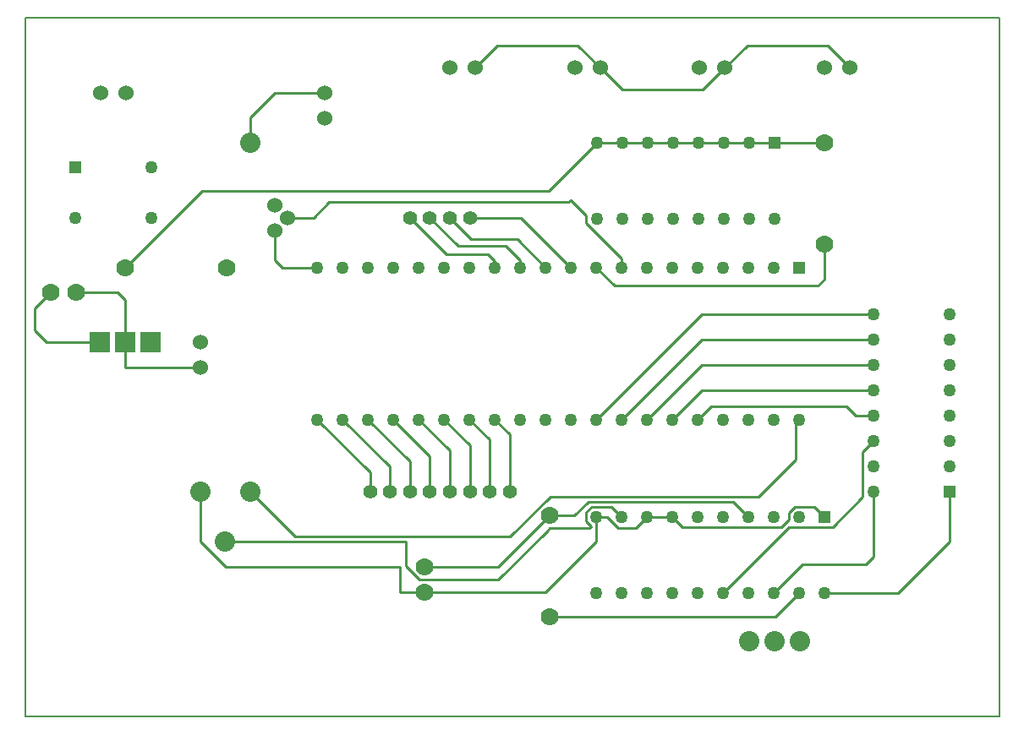
<source format=gbr>
G04 PROTEUS GERBER X2 FILE*
%TF.GenerationSoftware,Labcenter,Proteus,8.12-SP0-Build30713*%
%TF.CreationDate,2021-06-08T09:13:02+00:00*%
%TF.FileFunction,Copper,L1,Top*%
%TF.FilePolarity,Positive*%
%TF.Part,Single*%
%TF.SameCoordinates,{86e273a1-3906-477b-930b-e3e2f8447d5b}*%
%FSLAX45Y45*%
%MOMM*%
G01*
%TA.AperFunction,Conductor*%
%ADD10C,0.254000*%
%TA.AperFunction,WasherPad*%
%ADD11C,1.524000*%
%TA.AperFunction,ComponentPad*%
%ADD12R,1.270000X1.270000*%
%ADD13C,1.270000*%
%TA.AperFunction,ComponentPad*%
%ADD14C,1.778000*%
%TA.AperFunction,ComponentPad*%
%ADD15R,2.032000X2.032000*%
%ADD16C,1.524000*%
%TA.AperFunction,ComponentPad*%
%ADD17C,2.032000*%
%TA.AperFunction,WasherPad*%
%ADD18C,1.397000*%
%TA.AperFunction,Profile*%
%ADD19C,0.203200*%
%TD.AperFunction*%
D10*
X-6000000Y+8484000D02*
X-6000000Y+8128000D01*
X-6063500Y+8064500D01*
X-8096500Y+8064500D01*
X-8282000Y+8250000D01*
X-6507999Y+4988000D02*
X-6508000Y+4988000D01*
X-7015999Y+4988000D02*
X-7016000Y+4988000D01*
X-7265999Y+6726000D02*
X-7266000Y+6726000D01*
X-7133999Y+6858000D01*
X-5778500Y+6858000D01*
X-5682499Y+6761999D01*
X-5512000Y+6762000D01*
X-5512000Y+6761999D01*
X-7519999Y+6726000D02*
X-7520000Y+6726000D01*
X-7230000Y+7015999D01*
X-5512000Y+7016000D01*
X-5512000Y+7015999D01*
X-7773999Y+6726000D02*
X-7774000Y+6726000D01*
X-7230000Y+7269999D01*
X-5512000Y+7270000D01*
X-5512000Y+7269999D01*
X-8027999Y+6726000D02*
X-8028000Y+6726000D01*
X-7230000Y+7523999D01*
X-5512000Y+7524000D01*
X-5512000Y+7523999D01*
X-8281999Y+6726000D02*
X-8282000Y+6726000D01*
X-7230000Y+7777999D01*
X-5512000Y+7778000D01*
X-5512000Y+7777999D01*
X-13000000Y+8250000D02*
X-12233000Y+9017000D01*
X-8761000Y+9017000D01*
X-8278000Y+9500000D01*
X-6500000Y+9500000D02*
X-6000000Y+9500000D01*
X-6500000Y+9500000D02*
X-6754000Y+9500000D01*
X-7008000Y+9500000D01*
X-7262000Y+9500000D01*
X-7516000Y+9500000D02*
X-7770000Y+9500000D01*
X-8024000Y+9500000D01*
X-8278000Y+9500000D01*
X-7262000Y+9500000D02*
X-7516000Y+9500000D01*
X-6253999Y+4988000D02*
X-6254000Y+4988000D01*
X-11076000Y+8250000D02*
X-11430000Y+8250000D01*
X-11500000Y+8320000D01*
X-11500000Y+8623000D01*
X-6996000Y+10250000D02*
X-6772500Y+10473500D01*
X-5969500Y+10473500D01*
X-5746000Y+10250000D01*
X-6996000Y+10250000D02*
X-7217000Y+10029000D01*
X-8025000Y+10029000D01*
X-8246000Y+10250000D01*
X-8469500Y+10473500D01*
X-9272500Y+10473500D01*
X-9496000Y+10250000D01*
X-6508000Y+4988000D02*
X-6217499Y+5278500D01*
X-5588000Y+5278500D01*
X-5512000Y+5354500D01*
X-5512000Y+6000000D01*
X-6000000Y+4988000D02*
X-5262000Y+4988000D01*
X-4750000Y+5500000D01*
X-4750000Y+6000000D01*
X-7016000Y+4988000D02*
X-6355587Y+5648413D01*
X-5917674Y+5648413D01*
X-5615407Y+5950680D01*
X-5615407Y+6404593D01*
X-5512000Y+6508000D01*
X-10250000Y+5246000D02*
X-11996000Y+5246000D01*
X-12250000Y+5500000D01*
X-12250000Y+6000000D01*
X-8286000Y+5750000D02*
X-8175650Y+5750000D01*
X-8068401Y+5642751D01*
X-7885249Y+5642751D01*
X-7778000Y+5750000D01*
X-7524000Y+5750000D01*
X-7421674Y+5647674D01*
X-6431533Y+5647674D01*
X-6357365Y+5721842D01*
X-6357365Y+5790262D01*
X-6296046Y+5851581D01*
X-6101581Y+5851581D01*
X-6000000Y+5750000D01*
X-10191975Y+5500000D02*
X-10187055Y+5500000D01*
X-12000000Y+5500000D02*
X-10191975Y+5500000D01*
X-13750000Y+8000000D02*
X-13906500Y+7843500D01*
X-13906500Y+7620000D01*
X-13786500Y+7500000D01*
X-13254000Y+7500000D01*
X-13496000Y+8000000D02*
X-13077000Y+8000000D01*
X-13000000Y+7923000D01*
X-13000000Y+7500000D01*
X-13000000Y+7246000D01*
X-12250000Y+7246000D01*
X-11373000Y+8750000D02*
X-11117017Y+8750000D01*
X-10963216Y+8903801D01*
X-8564327Y+8903801D01*
X-8542047Y+8926081D01*
X-8386082Y+8770116D01*
X-8386082Y+8695847D01*
X-8028000Y+8337765D01*
X-8028000Y+8250000D01*
X-11000000Y+10000000D02*
X-11500000Y+10000000D01*
X-11750000Y+9750000D01*
X-11750000Y+9500000D01*
X-9550000Y+8750000D02*
X-9036000Y+8750000D01*
X-8536000Y+8250000D01*
X-9750000Y+8750000D02*
X-9535084Y+8535084D01*
X-9190547Y+8535084D01*
X-9075084Y+8535084D01*
X-8790000Y+8250000D01*
X-9950000Y+8750000D02*
X-9662418Y+8462418D01*
X-9187244Y+8462418D01*
X-9044000Y+8319174D01*
X-9044000Y+8250000D01*
X-10150000Y+8750000D02*
X-9783146Y+8383146D01*
X-9365604Y+8383146D01*
X-9298000Y+8315542D01*
X-9298000Y+8250000D01*
X-8750000Y+4750000D02*
X-6492000Y+4750000D01*
X-6254000Y+4988000D01*
X-8750000Y+5766000D02*
X-8503380Y+5766000D01*
X-8364097Y+5905283D01*
X-6917283Y+5905283D01*
X-6762000Y+5750000D01*
X-10000000Y+4996000D02*
X-10250000Y+4996000D01*
X-10250000Y+5246000D01*
X-10000000Y+4996000D02*
X-8790000Y+4996000D01*
X-8286000Y+5500000D01*
X-8286000Y+5750000D01*
X-10187055Y+5500000D02*
X-10187055Y+5255701D01*
X-10054390Y+5123036D01*
X-9569939Y+5123036D01*
X-9569786Y+5123189D01*
X-10000000Y+5250000D02*
X-9266000Y+5250000D01*
X-8750000Y+5766000D01*
X-9569786Y+5123189D02*
X-9264321Y+5123189D01*
X-8779563Y+5607947D01*
X-8749681Y+5637829D01*
X-8350014Y+5637829D01*
X-8336733Y+5651110D01*
X-8336733Y+5656514D01*
X-8387773Y+5707554D01*
X-8387773Y+5797201D01*
X-8331329Y+5853645D01*
X-8135645Y+5853645D01*
X-8032000Y+5750000D01*
X-11750000Y+6000000D02*
X-11300775Y+5550775D01*
X-9146349Y+5550775D01*
X-8741054Y+5956070D01*
X-6656760Y+5956070D01*
X-6287707Y+6325123D01*
X-6287707Y+6688293D01*
X-6250000Y+6726000D01*
X-10822000Y+6726000D02*
X-10350000Y+6254000D01*
X-10350000Y+6000000D01*
X-10568000Y+6726000D02*
X-10150000Y+6308000D01*
X-10150000Y+6000000D01*
X-10314000Y+6726000D02*
X-9950000Y+6362000D01*
X-9950000Y+6000000D01*
X-10060000Y+6726000D02*
X-9750000Y+6416000D01*
X-9750000Y+6000000D01*
X-9806000Y+6726000D02*
X-9550000Y+6470000D01*
X-9550000Y+6000000D01*
X-9552000Y+6726000D02*
X-9350000Y+6524000D01*
X-9350000Y+6000000D01*
X-9298000Y+6726000D02*
X-9150000Y+6578000D01*
X-9150000Y+6000000D01*
X-11076000Y+6726000D02*
X-10550000Y+6200000D01*
X-10550000Y+6000000D01*
D11*
X-13250000Y+10000000D03*
X-12996000Y+10000000D03*
D12*
X-13500000Y+9250000D03*
D13*
X-13500000Y+8742000D03*
X-12738000Y+9250000D03*
X-12738000Y+8742000D03*
D14*
X-13750000Y+8000000D03*
X-13496000Y+8000000D03*
D15*
X-13254000Y+7500000D03*
X-13000000Y+7500000D03*
X-12746000Y+7500000D03*
D14*
X-13000000Y+8250000D03*
X-11984000Y+8250000D03*
D11*
X-12250000Y+7500000D03*
X-12250000Y+7246000D03*
D12*
X-6250000Y+8250000D03*
D13*
X-6504000Y+8250000D03*
X-6758000Y+8250000D03*
X-7012000Y+8250000D03*
X-7266000Y+8250000D03*
X-7520000Y+8250000D03*
X-7774000Y+8250000D03*
X-8028000Y+8250000D03*
X-8282000Y+8250000D03*
X-8536000Y+8250000D03*
X-8790000Y+8250000D03*
X-9044000Y+8250000D03*
X-9298000Y+8250000D03*
X-9552000Y+8250000D03*
X-9806000Y+8250000D03*
X-10060000Y+8250000D03*
X-10314000Y+8250000D03*
X-10568000Y+8250000D03*
X-10822000Y+8250000D03*
X-11076000Y+8250000D03*
X-11076000Y+6726000D03*
X-10822000Y+6726000D03*
X-10568000Y+6726000D03*
X-10314000Y+6726000D03*
X-10060000Y+6726000D03*
X-9806000Y+6726000D03*
X-9552000Y+6726000D03*
X-9298000Y+6726000D03*
X-9044000Y+6726000D03*
X-8790000Y+6726000D03*
X-8536000Y+6726000D03*
X-8282000Y+6726000D03*
X-8028000Y+6726000D03*
X-7774000Y+6726000D03*
X-7520000Y+6726000D03*
X-7266000Y+6726000D03*
X-7012000Y+6726000D03*
X-6758000Y+6726000D03*
X-6504000Y+6726000D03*
X-6250000Y+6726000D03*
D16*
X-11500000Y+8877000D03*
X-11373000Y+8750000D03*
X-11500000Y+8623000D03*
D11*
X-11000000Y+10000000D03*
X-11000000Y+9746000D03*
D17*
X-11750000Y+9500000D03*
D12*
X-6000000Y+5750000D03*
D13*
X-6254000Y+5750000D03*
X-6508000Y+5750000D03*
X-6762000Y+5750000D03*
X-7016000Y+5750000D03*
X-7270000Y+5750000D03*
X-7524000Y+5750000D03*
X-7778000Y+5750000D03*
X-8032000Y+5750000D03*
X-8286000Y+5750000D03*
X-8286000Y+4988000D03*
X-8032000Y+4988000D03*
X-7778000Y+4988000D03*
X-7524000Y+4988000D03*
X-7270000Y+4988000D03*
X-7016000Y+4988000D03*
X-6762000Y+4988000D03*
X-6508000Y+4988000D03*
X-6254000Y+4988000D03*
X-6000000Y+4988000D03*
D12*
X-4750000Y+6000000D03*
D13*
X-4750000Y+6254000D03*
X-4750000Y+6508000D03*
X-4750000Y+6762000D03*
X-4750000Y+7016000D03*
X-4750000Y+7270000D03*
X-4750000Y+7524000D03*
X-4750000Y+7778000D03*
X-5512000Y+7778000D03*
X-5512000Y+7524000D03*
X-5512000Y+7270000D03*
X-5512000Y+7016000D03*
X-5512000Y+6762000D03*
X-5512000Y+6508000D03*
X-5512000Y+6254000D03*
X-5512000Y+6000000D03*
D12*
X-6500000Y+9500000D03*
D13*
X-6754000Y+9500000D03*
X-7008000Y+9500000D03*
X-7262000Y+9500000D03*
X-7516000Y+9500000D03*
X-7770000Y+9500000D03*
X-8024000Y+9500000D03*
X-8278000Y+9500000D03*
X-8278000Y+8738000D03*
X-8024000Y+8738000D03*
X-7770000Y+8738000D03*
X-7516000Y+8738000D03*
X-7262000Y+8738000D03*
X-7008000Y+8738000D03*
X-6754000Y+8738000D03*
X-6500000Y+8738000D03*
D11*
X-6000000Y+10250000D03*
X-5746000Y+10250000D03*
X-7250000Y+10250000D03*
X-6996000Y+10250000D03*
X-8500000Y+10250000D03*
X-8246000Y+10250000D03*
X-9750000Y+10250000D03*
X-9496000Y+10250000D03*
D14*
X-8750000Y+4750000D03*
X-8750000Y+5766000D03*
X-10000000Y+5250000D03*
X-10000000Y+4996000D03*
D17*
X-12250000Y+6000000D03*
X-12000000Y+5500000D03*
X-11750000Y+6000000D03*
D14*
X-6000000Y+9500000D03*
X-6000000Y+8484000D03*
D17*
X-6246000Y+4500000D03*
X-6500000Y+4500000D03*
X-6754000Y+4500000D03*
D18*
X-10550000Y+6000000D03*
X-10350000Y+6000000D03*
X-10150000Y+6000000D03*
X-9950000Y+6000000D03*
X-9750000Y+6000000D03*
X-9550000Y+6000000D03*
X-9350000Y+6000000D03*
X-9150000Y+6000000D03*
X-9550000Y+8750000D03*
X-9750000Y+8750000D03*
X-9950000Y+8750000D03*
X-10150000Y+8750000D03*
D19*
X-14000000Y+3750000D02*
X-4250000Y+3750000D01*
X-4250000Y+10750000D01*
X-14000000Y+10750000D01*
X-14000000Y+3750000D01*
M02*

</source>
